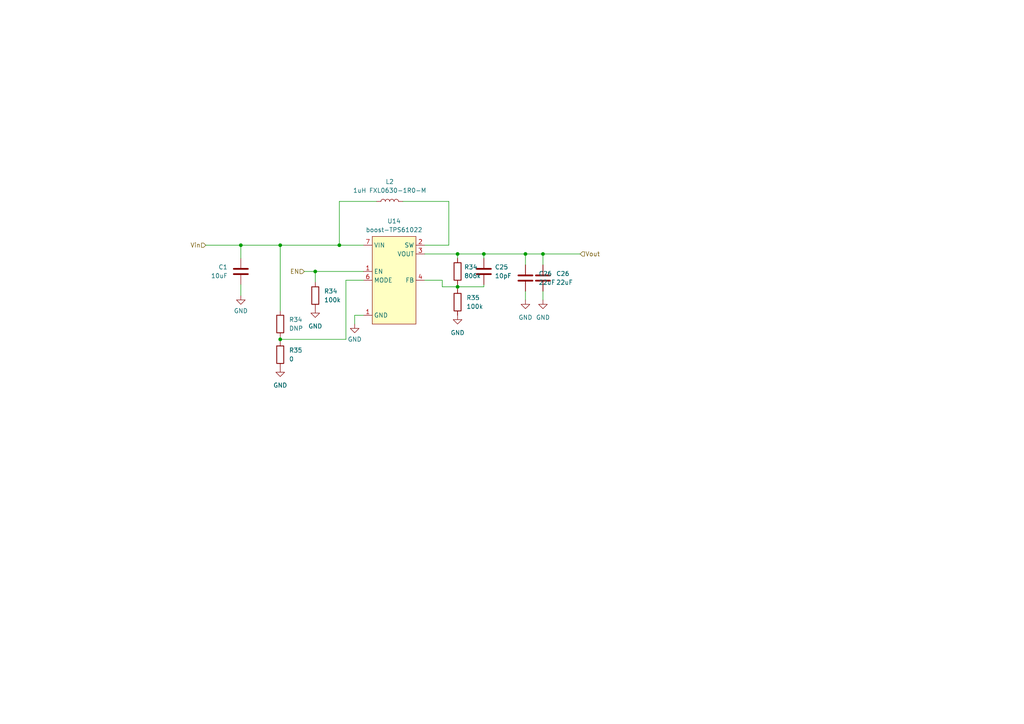
<source format=kicad_sch>
(kicad_sch (version 20230121) (generator eeschema)
  (paper "A4")
  (lib_symbols
    (symbol "Device:C" (pin_numbers hide) (pin_names (offset 0.254))
      (property "Reference" "C" (at 0.635 2.54 0))
      (property "Value" "C" (at 0.635 -2.54 0))
      (symbol "C_0_1"
        (polyline (pts (xy -2.032 -0.762) (xy 2.032 -0.762)) (stroke (width 0.508)))
        (polyline (pts (xy -2.032 0.762) (xy 2.032 0.762)) (stroke (width 0.508)))
      )
      (symbol "C_1_1"
        (pin passive line (at 0 3.81 270) (length 2.794) (name "~") (number "1"))
        (pin passive line (at 0 -3.81 90) (length 2.794) (name "~") (number "2"))
      )
    )
    (symbol "Device:L" (pin_numbers hide) (pin_names (offset 1.016) hide)
      (property "Reference" "L" (at -1.27 0 90))
      (property "Value" "L" (at 1.905 0 90))
      (symbol "L_0_1"
        (arc (start 0 -2.54) (mid 0.6323 -1.905) (end 0 -1.27))
        (arc (start 0 -1.27) (mid 0.6323 -0.635) (end 0 0))
        (arc (start 0 0) (mid 0.6323 0.635) (end 0 1.27))
        (arc (start 0 1.27) (mid 0.6323 1.905) (end 0 2.54))
      )
      (symbol "L_1_1"
        (pin passive line (at 0 3.81 270) (length 1.27) (name "1") (number "1"))
        (pin passive line (at 0 -3.81 90) (length 1.27) (name "2") (number "2"))
      )
    )
    (symbol "Device:R" (pin_numbers hide) (pin_names (offset 0))
      (property "Reference" "R" (at 2.032 0 90))
      (property "Value" "R" (at 0 0 90))
      (symbol "R_0_1"
        (rectangle (start -1.016 -2.54) (end 1.016 2.54) (stroke (width 0.254)))
      )
      (symbol "R_1_1"
        (pin passive line (at 0 3.81 270) (length 1.27) (name "~") (number "1"))
        (pin passive line (at 0 -3.81 90) (length 1.27) (name "~") (number "2"))
      )
    )
    (symbol "Fan_pwr:boost-TPS61022"
      (property "Reference" "U" (at 0 13.97 0))
      (property "Value" "boost-TPS61022" (at 0 16.51 0))
      (symbol "boost-TPS61022_1_1"
        (rectangle (start -6.35 12.7) (end 6.35 -12.7) (fill (type background)))
        (pin input line (at -8.89 2.54 0) (length 2.54) (name "EN") (number "1"))
        (pin power_in line (at -8.89 -10.16 0) (length 2.54) (name "GND") (number "1"))
        (pin power_out line (at 8.89 10.16 180) (length 2.54) (name "SW") (number "2"))
        (pin power_out line (at 8.89 7.62 180) (length 2.54) (name "VOUT") (number "3"))
        (pin input line (at 8.89 0 180) (length 2.54) (name "FB") (number "4"))
        (pin input line (at -8.89 0 0) (length 2.54) (name "MODE") (number "6"))
        (pin power_in line (at -8.89 10.16 0) (length 2.54) (name "VIN") (number "7"))
      )
    )
    (symbol "power:GND" (power) (pin_names (offset 0))
      (property "Value" "GND" (at 0 -3.81 0))
      (symbol "GND_0_1"
        (polyline (pts (xy 0 0) (xy 0 -1.27) (xy 1.27 -1.27) (xy 0 -2.54) (xy -1.27 -1.27) (xy 0 -1.27)))
      )
      (symbol "GND_1_1"
        (pin power_in line (at 0 0 270) (length 0) hide (name "GND") (number "1"))
      )
    )
  )
  (junction (at 81.28 71.12))
  (junction (at 152.4 73.66))
  (junction (at 132.715 73.66))
  (junction (at 91.44 78.74))
  (junction (at 157.48 73.66))
  (junction (at 81.28 98.425))
  (junction (at 132.715 83.185))
  (junction (at 69.85 71.12))
  (junction (at 98.425 71.12))
  (junction (at 140.335 73.66))
  (wire (pts (xy 116.84 58.42) (xy 130.175 58.42)))
  (wire (pts (xy 123.19 81.28) (xy 128.27 81.28)))
  (wire (pts (xy 69.85 71.12) (xy 81.28 71.12)))
  (wire (pts (xy 128.27 83.185) (xy 132.715 83.185)))
  (wire (pts (xy 132.715 83.185) (xy 132.715 83.82)))
  (wire (pts (xy 98.425 71.12) (xy 98.425 58.42)))
  (wire (pts (xy 98.425 58.42) (xy 109.22 58.42)))
  (wire (pts (xy 102.87 91.44) (xy 102.87 93.98)))
  (wire (pts (xy 140.335 83.185) (xy 132.715 83.185)))
  (wire (pts (xy 132.715 73.66) (xy 140.335 73.66)))
  (wire (pts (xy 157.48 73.66) (xy 157.48 76.835)))
  (wire (pts (xy 105.41 78.74) (xy 91.44 78.74)))
  (wire (pts (xy 81.28 71.12) (xy 81.28 90.17)))
  (wire (pts (xy 81.28 98.425) (xy 81.28 99.06)))
  (wire (pts (xy 105.41 91.44) (xy 102.87 91.44)))
  (wire (pts (xy 130.175 58.42) (xy 130.175 71.12)))
  (wire (pts (xy 100.33 81.28) (xy 100.33 98.425)))
  (wire (pts (xy 140.335 82.55) (xy 140.335 83.185)))
  (wire (pts (xy 140.335 73.66) (xy 152.4 73.66)))
  (wire (pts (xy 152.4 86.995) (xy 152.4 84.455)))
  (wire (pts (xy 128.27 81.28) (xy 128.27 83.185)))
  (wire (pts (xy 132.715 73.66) (xy 132.715 74.93)))
  (wire (pts (xy 132.715 82.55) (xy 132.715 83.185)))
  (wire (pts (xy 100.33 98.425) (xy 81.28 98.425)))
  (wire (pts (xy 132.715 73.66) (xy 123.19 73.66)))
  (wire (pts (xy 69.85 71.12) (xy 69.85 74.93)))
  (wire (pts (xy 105.41 81.28) (xy 100.33 81.28)))
  (wire (pts (xy 152.4 73.66) (xy 152.4 76.835)))
  (wire (pts (xy 157.48 86.995) (xy 157.48 84.455)))
  (wire (pts (xy 69.85 85.725) (xy 69.85 82.55)))
  (wire (pts (xy 91.44 78.74) (xy 88.265 78.74)))
  (wire (pts (xy 81.28 98.425) (xy 81.28 97.79)))
  (wire (pts (xy 157.48 73.66) (xy 168.275 73.66)))
  (wire (pts (xy 105.41 71.12) (xy 98.425 71.12)))
  (wire (pts (xy 123.19 71.12) (xy 130.175 71.12)))
  (wire (pts (xy 81.28 71.12) (xy 98.425 71.12)))
  (wire (pts (xy 157.48 73.66) (xy 152.4 73.66)))
  (wire (pts (xy 59.69 71.12) (xy 69.85 71.12)))
  (wire (pts (xy 140.335 73.66) (xy 140.335 74.93)))
  (wire (pts (xy 91.44 78.74) (xy 91.44 81.915)))
  (hierarchical_label "Vout" (shape input) (at 168.275 73.66 0))
  (hierarchical_label "EN" (shape input) (at 88.265 78.74 180))
  (hierarchical_label "Vin" (shape input) (at 59.69 71.12 180))
  (symbol (lib_id "Device:C") (at 152.4 80.645 0) (unit 1)
    (property "Reference" "C26" (at 156.21 79.375 0) (effects (justify left)))
    (property "Value" "22uF" (at 156.21 81.915 0) (effects (justify left)))
    (property "Footprint" "Capacitor_SMD:C_0603_1608Metric" (effects hide))
    (instances (project "FreeBot_main_v1.1b" (path "" (reference "C26") (unit 1)) (path "" (reference "C39") (unit 1))))
  )
  (symbol (lib_id "Device:R") (at 91.44 85.725 0) (unit 1)
    (property "Reference" "R34" (at 93.98 84.455 0) (effects (justify left)))
    (property "Value" "100k" (at 93.98 86.995 0) (effects (justify left)))
    (property "Footprint" "Resistor_SMD:R_0402_1005Metric" (effects hide))
    (instances (project "FreeBot_main_v1.1b" (path "" (reference "R34") (unit 1)) (path "" (reference "R68") (unit 1))))
  )
  (symbol (lib_id "power:GND") (at 157.48 86.995 0) (unit 1)
    (property "Reference" "#PWR040" (effects hide))
    (property "Value" "GND" (at 157.48 92.075 0))
    (instances (project "FreeBot_main_v1.1b" (path "" (reference "#PWR040") (unit 1)) (path "" (reference "#PWR081") (unit 1)) (path "" (reference "#PWR0104") (unit 1))))
  )
  (symbol (lib_id "Device:C") (at 140.335 78.74 180) (unit 1)
    (property "Reference" "C25" (at 143.51 77.47 0) (effects (justify right)))
    (property "Value" "10pF" (at 143.51 80.01 0) (effects (justify right)))
    (property "Footprint" "Capacitor_SMD:C_0402_1005Metric" (effects hide))
    (instances (project "FreeBot_main_v1.1b" (path "" (reference "C25") (unit 1)) (path "" (reference "C38") (unit 1))))
  )
  (symbol (lib_id "Device:L") (at 113.03 58.42 90) (unit 1)
    (property "Reference" "L2" (at 113.03 52.705 90))
    (property "Value" "1uH FXL0630-1R0-M" (at 113.03 55.245 90))
    (property "Footprint" "Inductor_SMD:L_Sunlord_MWSA0603S" (effects hide))
    (property "Datasheet" "FXL0630-1R0-M" (effects hide))
    (instances (project "FreeBot_main_v1.1b" (path "" (reference "L2") (unit 1)) (path "" (reference "L4") (unit 1))))
  )
  (symbol (lib_id "Device:R") (at 81.28 93.98 0) (unit 1)
    (property "Reference" "R34" (at 83.82 92.71 0) (effects (justify left)))
    (property "Value" "DNP" (at 83.82 95.25 0) (effects (justify left)))
    (property "Footprint" "Resistor_SMD:R_0402_1005Metric" (effects hide))
    (instances (project "FreeBot_main_v1.1b" (path "" (reference "R34") (unit 1)) (path "" (reference "R65") (unit 1))))
  )
  (symbol (lib_id "power:GND") (at 69.85 85.725 0) (unit 1)
    (property "Reference" "#PWR064" (effects hide))
    (property "Value" "GND" (at 69.85 90.17 0))
    (instances (project "FreeBot_main_v1.1b" (path "" (reference "#PWR02") (unit 1))))
  )
  (symbol (lib_id "Fan_pwr:boost-TPS61022") (at 114.3 81.28 0) (unit 1)
    (property "Reference" "U10" (at 114.3 64.135 0))
    (property "Value" "boost-TPS61022" (at 114.3 66.675 0))
    (property "Footprint" "Fan-pwr:VQFN-HR-7 TPS61022" (effects hide))
    (instances (project "FreeBot_main_v1.1b" (path "" (reference "U14") (unit 1))))
  )
  (symbol (lib_id "Device:C") (at 69.85 78.74 0) (mirror y) (unit 1)
    (property "Reference" "C1" (at 66.04 77.47 0) (effects (justify left)))
    (property "Value" "10uF" (at 66.04 80.01 0) (effects (justify left)))
    (property "Footprint" "Capacitor_SMD:C_0603_1608Metric" (effects hide))
    (instances (project "FreeBot_main_v1.1b" (path "" (reference "C1") (unit 1)) (path "" (reference "C37") (unit 1))))
  )
  (symbol (lib_id "power:GND") (at 152.4 86.995 0) (unit 1)
    (property "Reference" "#PWR040" (effects hide))
    (property "Value" "GND" (at 152.4 92.075 0))
    (instances (project "FreeBot_main_v1.1b" (path "" (reference "#PWR040") (unit 1)) (path "" (reference "#PWR081") (unit 1)) (path "" (reference "#PWR0103") (unit 1))))
  )
  (symbol (lib_id "power:GND") (at 102.87 93.98 0) (unit 1)
    (property "Reference" "#PWR065" (effects hide))
    (property "Value" "GND" (at 102.87 98.425 0))
    (instances (project "FreeBot_main_v1.1b" (path "" (reference "#PWR0101") (unit 1))))
  )
  (symbol (lib_id "power:GND") (at 91.44 89.535 0) (unit 1)
    (property "Reference" "#PWR040" (effects hide))
    (property "Value" "GND" (at 91.44 94.615 0))
    (instances (project "FreeBot_main_v1.1b" (path "" (reference "#PWR040") (unit 1)) (path "" (reference "#PWR081") (unit 1)) (path "" (reference "#PWR092") (unit 1))))
  )
  (symbol (lib_id "Device:R") (at 81.28 102.87 0) (unit 1)
    (property "Reference" "R35" (at 83.82 101.6 0) (effects (justify left)))
    (property "Value" "0" (at 83.82 104.14 0) (effects (justify left)))
    (property "Footprint" "Resistor_SMD:R_0402_1005Metric" (effects hide))
    (instances (project "FreeBot_main_v1.1b" (path "" (reference "R35") (unit 1)) (path "" (reference "R66") (unit 1))))
  )
  (symbol (lib_id "Device:C") (at 157.48 80.645 0) (unit 1)
    (property "Reference" "C26" (at 161.29 79.375 0) (effects (justify left)))
    (property "Value" "22uF" (at 161.29 81.915 0) (effects (justify left)))
    (property "Footprint" "Capacitor_SMD:C_0603_1608Metric" (effects hide))
    (instances (project "FreeBot_main_v1.1b" (path "" (reference "C26") (unit 1)) (path "" (reference "C40") (unit 1))))
  )
  (symbol (lib_id "Device:R") (at 132.715 87.63 0) (unit 1)
    (property "Reference" "R35" (at 135.255 86.36 0) (effects (justify left)))
    (property "Value" "100k" (at 135.255 88.9 0) (effects (justify left)))
    (property "Footprint" "Resistor_SMD:R_0402_1005Metric" (effects hide))
    (instances (project "FreeBot_main_v1.1b" (path "" (reference "R35") (unit 1)) (path "" (reference "R70") (unit 1))))
  )
  (symbol (lib_id "power:GND") (at 81.28 106.68 0) (unit 1)
    (property "Reference" "#PWR040" (effects hide))
    (property "Value" "GND" (at 81.28 111.76 0))
    (instances (project "FreeBot_main_v1.1b" (path "" (reference "#PWR040") (unit 1)) (path "" (reference "#PWR081") (unit 1)) (path "" (reference "#PWR03") (unit 1))))
  )
  (symbol (lib_id "power:GND") (at 132.715 91.44 0) (unit 1)
    (property "Reference" "#PWR040" (effects hide))
    (property "Value" "GND" (at 132.715 96.52 0))
    (instances (project "FreeBot_main_v1.1b" (path "" (reference "#PWR040") (unit 1)) (path "" (reference "#PWR081") (unit 1)) (path "" (reference "#PWR0102") (unit 1))))
  )
  (symbol (lib_id "Device:R") (at 132.715 78.74 0) (unit 1)
    (property "Reference" "R34" (at 134.62 77.47 0) (effects (justify left)))
    (property "Value" "806k" (at 134.62 80.01 0) (effects (justify left)))
    (property "Footprint" "Resistor_SMD:R_0402_1005Metric" (effects hide))
    (instances (project "FreeBot_main_v1.1b" (path "" (reference "R34") (unit 1)) (path "" (reference "R69") (unit 1))))
  )
)
</source>
